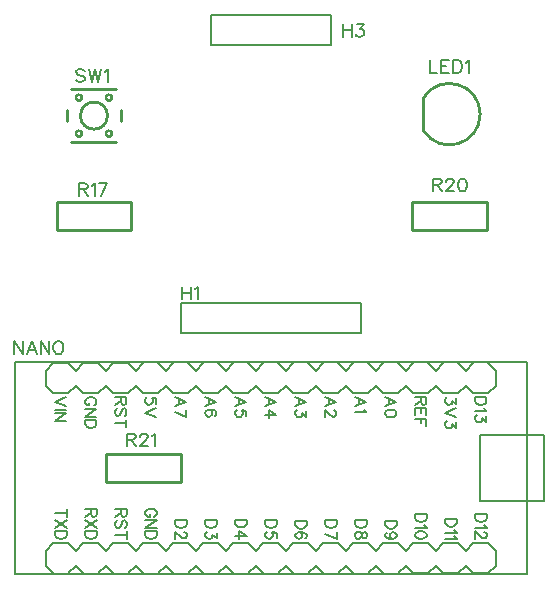
<source format=gto>
G04 Layer: TopSilkscreenLayer*
G04 EasyEDA v6.5.48, 2025-03-12 00:12:57*
G04 549dcaa0f3144c7bb9172a23e6edd774,878c4c1e0da8487e804687d0af4422f9,10*
G04 Gerber Generator version 0.2*
G04 Scale: 100 percent, Rotated: No, Reflected: No *
G04 Dimensions in millimeters *
G04 leading zeros omitted , absolute positions ,4 integer and 5 decimal *
%FSLAX45Y45*%
%MOMM*%

%ADD10C,0.1524*%
%ADD11C,0.1500*%
%ADD12C,0.1520*%
%ADD13C,0.2540*%
%ADD14C,0.2032*%
%ADD15C,0.2030*%
%ADD16C,0.0117*%

%LPD*%
D10*
X328168Y2089150D02*
G01*
X328168Y1980184D01*
X328168Y2089150D02*
G01*
X400812Y1980184D01*
X400812Y2089150D02*
G01*
X400812Y1980184D01*
X476757Y2089150D02*
G01*
X435102Y1980184D01*
X476757Y2089150D02*
G01*
X518413Y1980184D01*
X450850Y2016505D02*
G01*
X502665Y2016505D01*
X552704Y2089150D02*
G01*
X552704Y1980184D01*
X552704Y2089150D02*
G01*
X625347Y1980184D01*
X625347Y2089150D02*
G01*
X625347Y1980184D01*
X690879Y2089150D02*
G01*
X680465Y2084070D01*
X670052Y2073655D01*
X664718Y2063242D01*
X659637Y2047494D01*
X659637Y2021586D01*
X664718Y2006092D01*
X670052Y1995678D01*
X680465Y1985263D01*
X690879Y1980184D01*
X711707Y1980184D01*
X721868Y1985263D01*
X732281Y1995678D01*
X737615Y2006092D01*
X742695Y2021586D01*
X742695Y2047494D01*
X737615Y2063242D01*
X732281Y2073655D01*
X721868Y2084070D01*
X711707Y2089150D01*
X690879Y2089150D01*
D11*
X4325937Y1615005D02*
G01*
X4230433Y1615005D01*
X4325937Y1615005D02*
G01*
X4325937Y1583255D01*
X4321365Y1569539D01*
X4312475Y1560395D01*
X4303331Y1555823D01*
X4289615Y1551251D01*
X4267009Y1551251D01*
X4253293Y1555823D01*
X4244149Y1560395D01*
X4235005Y1569539D01*
X4230433Y1583255D01*
X4230433Y1615005D01*
X4307903Y1521279D02*
G01*
X4312475Y1512389D01*
X4325937Y1498673D01*
X4230433Y1498673D01*
X4325937Y1459557D02*
G01*
X4325937Y1409519D01*
X4289615Y1436697D01*
X4289615Y1423235D01*
X4285043Y1414091D01*
X4280471Y1409519D01*
X4267009Y1404947D01*
X4257865Y1404947D01*
X4244149Y1409519D01*
X4235005Y1418663D01*
X4230433Y1432379D01*
X4230433Y1445841D01*
X4235005Y1459557D01*
X4239577Y1464129D01*
X4248721Y1468701D01*
X4071942Y1605866D02*
G01*
X4071942Y1555828D01*
X4035620Y1583260D01*
X4035620Y1569544D01*
X4031048Y1560400D01*
X4026476Y1555828D01*
X4013014Y1551256D01*
X4003870Y1551256D01*
X3990154Y1555828D01*
X3981010Y1564972D01*
X3976438Y1578688D01*
X3976438Y1592404D01*
X3981010Y1605866D01*
X3985582Y1610438D01*
X3994726Y1615010D01*
X4071942Y1521284D02*
G01*
X3976438Y1484962D01*
X4071942Y1448640D02*
G01*
X3976438Y1484962D01*
X4071942Y1409524D02*
G01*
X4071942Y1359486D01*
X4035620Y1386918D01*
X4035620Y1373202D01*
X4031048Y1364058D01*
X4026476Y1359486D01*
X4013014Y1354914D01*
X4003870Y1354914D01*
X3990154Y1359486D01*
X3981010Y1368630D01*
X3976438Y1382346D01*
X3976438Y1395808D01*
X3981010Y1409524D01*
X3985582Y1414096D01*
X3994726Y1418668D01*
X3817942Y1615010D02*
G01*
X3722438Y1615010D01*
X3817942Y1615010D02*
G01*
X3817942Y1574116D01*
X3813370Y1560400D01*
X3808798Y1555828D01*
X3799908Y1551256D01*
X3790764Y1551256D01*
X3781620Y1555828D01*
X3777048Y1560400D01*
X3772476Y1574116D01*
X3772476Y1615010D01*
X3772476Y1583260D02*
G01*
X3722438Y1551256D01*
X3817942Y1521284D02*
G01*
X3722438Y1521284D01*
X3817942Y1521284D02*
G01*
X3817942Y1462356D01*
X3772476Y1521284D02*
G01*
X3772476Y1484962D01*
X3722438Y1521284D02*
G01*
X3722438Y1462356D01*
X3817942Y1432384D02*
G01*
X3722438Y1432384D01*
X3817942Y1432384D02*
G01*
X3817942Y1373202D01*
X3772476Y1432384D02*
G01*
X3772476Y1395808D01*
X3563940Y1578686D02*
G01*
X3468436Y1615008D01*
X3563940Y1578686D02*
G01*
X3468436Y1542364D01*
X3500440Y1601292D02*
G01*
X3500440Y1555826D01*
X3563940Y1484960D02*
G01*
X3559368Y1498676D01*
X3545906Y1507820D01*
X3523046Y1512392D01*
X3509584Y1512392D01*
X3486724Y1507820D01*
X3473008Y1498676D01*
X3468436Y1484960D01*
X3468436Y1475816D01*
X3473008Y1462354D01*
X3486724Y1453210D01*
X3509584Y1448638D01*
X3523046Y1448638D01*
X3545906Y1453210D01*
X3559368Y1462354D01*
X3563940Y1475816D01*
X3563940Y1484960D01*
X3309942Y1578688D02*
G01*
X3214438Y1615010D01*
X3309942Y1578688D02*
G01*
X3214438Y1542366D01*
X3246442Y1601294D02*
G01*
X3246442Y1555828D01*
X3291908Y1512394D02*
G01*
X3296480Y1503250D01*
X3309942Y1489534D01*
X3214438Y1489534D01*
X3055940Y1578686D02*
G01*
X2960436Y1615008D01*
X3055940Y1578686D02*
G01*
X2960436Y1542364D01*
X2992440Y1601292D02*
G01*
X2992440Y1555826D01*
X3033334Y1507820D02*
G01*
X3037906Y1507820D01*
X3046796Y1503248D01*
X3051368Y1498676D01*
X3055940Y1489532D01*
X3055940Y1471498D01*
X3051368Y1462354D01*
X3046796Y1457782D01*
X3037906Y1453210D01*
X3028762Y1453210D01*
X3019618Y1457782D01*
X3005902Y1466926D01*
X2960436Y1512392D01*
X2960436Y1448638D01*
X2801940Y1578686D02*
G01*
X2706436Y1615008D01*
X2801940Y1578686D02*
G01*
X2706436Y1542364D01*
X2738440Y1601292D02*
G01*
X2738440Y1555826D01*
X2801940Y1503248D02*
G01*
X2801940Y1453210D01*
X2765618Y1480388D01*
X2765618Y1466926D01*
X2761046Y1457782D01*
X2756474Y1453210D01*
X2743012Y1448638D01*
X2733868Y1448638D01*
X2720152Y1453210D01*
X2711008Y1462354D01*
X2706436Y1475816D01*
X2706436Y1489532D01*
X2711008Y1503248D01*
X2715580Y1507820D01*
X2724724Y1512392D01*
X2547937Y1578683D02*
G01*
X2452433Y1615005D01*
X2547937Y1578683D02*
G01*
X2452433Y1542361D01*
X2484437Y1601289D02*
G01*
X2484437Y1555823D01*
X2547937Y1466923D02*
G01*
X2484437Y1512389D01*
X2484437Y1444063D01*
X2547937Y1466923D02*
G01*
X2452433Y1466923D01*
X2293940Y1578686D02*
G01*
X2198436Y1615008D01*
X2293940Y1578686D02*
G01*
X2198436Y1542364D01*
X2230440Y1601292D02*
G01*
X2230440Y1555826D01*
X2293940Y1457782D02*
G01*
X2293940Y1503248D01*
X2253046Y1507820D01*
X2257618Y1503248D01*
X2262190Y1489532D01*
X2262190Y1475816D01*
X2257618Y1462354D01*
X2248474Y1453210D01*
X2235012Y1448638D01*
X2225868Y1448638D01*
X2212152Y1453210D01*
X2203008Y1462354D01*
X2198436Y1475816D01*
X2198436Y1489532D01*
X2203008Y1503248D01*
X2207580Y1507820D01*
X2216724Y1512392D01*
X2039937Y1578683D02*
G01*
X1944433Y1615005D01*
X2039937Y1578683D02*
G01*
X1944433Y1542361D01*
X1976437Y1601289D02*
G01*
X1976437Y1555823D01*
X2026475Y1457779D02*
G01*
X2035365Y1462351D01*
X2039937Y1475813D01*
X2039937Y1484957D01*
X2035365Y1498673D01*
X2021903Y1507817D01*
X1999043Y1512389D01*
X1976437Y1512389D01*
X1958149Y1507817D01*
X1949005Y1498673D01*
X1944433Y1484957D01*
X1944433Y1480385D01*
X1949005Y1466923D01*
X1958149Y1457779D01*
X1971865Y1453207D01*
X1976437Y1453207D01*
X1989899Y1457779D01*
X1999043Y1466923D01*
X2003615Y1480385D01*
X2003615Y1484957D01*
X1999043Y1498673D01*
X1989899Y1507817D01*
X1976437Y1512389D01*
X1785940Y1578686D02*
G01*
X1690436Y1615008D01*
X1785940Y1578686D02*
G01*
X1690436Y1542364D01*
X1722440Y1601292D02*
G01*
X1722440Y1555826D01*
X1785940Y1448638D02*
G01*
X1690436Y1494104D01*
X1785940Y1512392D02*
G01*
X1785940Y1448638D01*
X1531940Y1560398D02*
G01*
X1531940Y1605864D01*
X1491046Y1610436D01*
X1495618Y1605864D01*
X1500190Y1592402D01*
X1500190Y1578686D01*
X1495618Y1564970D01*
X1486474Y1555826D01*
X1473012Y1551254D01*
X1463868Y1551254D01*
X1450152Y1555826D01*
X1441008Y1564970D01*
X1436436Y1578686D01*
X1436436Y1592402D01*
X1441008Y1605864D01*
X1445580Y1610436D01*
X1454724Y1615008D01*
X1531940Y1521282D02*
G01*
X1436436Y1484960D01*
X1531940Y1448638D02*
G01*
X1436436Y1484960D01*
X1277942Y1615010D02*
G01*
X1182438Y1615010D01*
X1277942Y1615010D02*
G01*
X1277942Y1574116D01*
X1273370Y1560400D01*
X1268798Y1555828D01*
X1259908Y1551256D01*
X1250764Y1551256D01*
X1241620Y1555828D01*
X1237048Y1560400D01*
X1232476Y1574116D01*
X1232476Y1615010D01*
X1232476Y1583260D02*
G01*
X1182438Y1551256D01*
X1264480Y1457784D02*
G01*
X1273370Y1466928D01*
X1277942Y1480390D01*
X1277942Y1498678D01*
X1273370Y1512394D01*
X1264480Y1521284D01*
X1255336Y1521284D01*
X1246192Y1516712D01*
X1241620Y1512394D01*
X1237048Y1503250D01*
X1227904Y1475818D01*
X1223586Y1466928D01*
X1219014Y1462356D01*
X1209870Y1457784D01*
X1196154Y1457784D01*
X1187010Y1466928D01*
X1182438Y1480390D01*
X1182438Y1498678D01*
X1187010Y1512394D01*
X1196154Y1521284D01*
X1277942Y1395808D02*
G01*
X1182438Y1395808D01*
X1277942Y1427812D02*
G01*
X1277942Y1364058D01*
X1001334Y1546936D02*
G01*
X1010478Y1551254D01*
X1019368Y1560398D01*
X1023940Y1569542D01*
X1023940Y1587830D01*
X1019368Y1596720D01*
X1010478Y1605864D01*
X1001334Y1610436D01*
X987618Y1615008D01*
X965012Y1615008D01*
X951296Y1610436D01*
X942152Y1605864D01*
X933008Y1596720D01*
X928436Y1587830D01*
X928436Y1569542D01*
X933008Y1560398D01*
X942152Y1551254D01*
X951296Y1546936D01*
X965012Y1546936D01*
X965012Y1569542D02*
G01*
X965012Y1546936D01*
X1023940Y1516710D02*
G01*
X928436Y1516710D01*
X1023940Y1516710D02*
G01*
X928436Y1453210D01*
X1023940Y1453210D02*
G01*
X928436Y1453210D01*
X1023940Y1423238D02*
G01*
X928436Y1423238D01*
X1023940Y1423238D02*
G01*
X1023940Y1391488D01*
X1019368Y1377772D01*
X1010478Y1368628D01*
X1001334Y1364056D01*
X987618Y1359484D01*
X965012Y1359484D01*
X951296Y1364056D01*
X942152Y1368628D01*
X933008Y1377772D01*
X928436Y1391488D01*
X928436Y1423238D01*
X769937Y1615005D02*
G01*
X674433Y1578683D01*
X769937Y1542361D02*
G01*
X674433Y1578683D01*
X769937Y1512389D02*
G01*
X674433Y1512389D01*
X769937Y1482163D02*
G01*
X674433Y1482163D01*
X769937Y1482163D02*
G01*
X674433Y1418663D01*
X769937Y1418663D02*
G01*
X674433Y1418663D01*
X4327941Y626107D02*
G01*
X4232437Y626107D01*
X4327941Y626107D02*
G01*
X4327941Y594357D01*
X4323369Y580641D01*
X4314479Y571497D01*
X4305335Y566925D01*
X4291619Y562353D01*
X4269013Y562353D01*
X4255297Y566925D01*
X4246153Y571497D01*
X4237009Y580641D01*
X4232437Y594357D01*
X4232437Y626107D01*
X4309907Y532381D02*
G01*
X4314479Y523491D01*
X4327941Y509775D01*
X4232437Y509775D01*
X4305335Y475231D02*
G01*
X4309907Y475231D01*
X4318797Y470659D01*
X4323369Y466087D01*
X4327941Y456943D01*
X4327941Y438909D01*
X4323369Y429765D01*
X4318797Y425193D01*
X4309907Y420621D01*
X4300763Y420621D01*
X4291619Y425193D01*
X4277903Y434337D01*
X4232437Y479803D01*
X4232437Y416049D01*
X4073944Y585213D02*
G01*
X3978440Y585213D01*
X4073944Y585213D02*
G01*
X4073944Y553463D01*
X4069372Y539747D01*
X4060482Y530603D01*
X4051338Y526031D01*
X4037622Y521459D01*
X4015016Y521459D01*
X4001300Y526031D01*
X3992156Y530603D01*
X3983012Y539747D01*
X3978440Y553463D01*
X3978440Y585213D01*
X4055910Y491487D02*
G01*
X4060482Y482597D01*
X4073944Y468881D01*
X3978440Y468881D01*
X4055910Y438909D02*
G01*
X4060482Y429765D01*
X4073944Y416049D01*
X3978440Y416049D01*
X3819941Y626107D02*
G01*
X3724437Y626107D01*
X3819941Y626107D02*
G01*
X3819941Y594357D01*
X3815369Y580641D01*
X3806479Y571497D01*
X3797335Y566925D01*
X3783619Y562353D01*
X3761013Y562353D01*
X3747297Y566925D01*
X3738153Y571497D01*
X3729009Y580641D01*
X3724437Y594357D01*
X3724437Y626107D01*
X3801907Y532381D02*
G01*
X3806479Y523491D01*
X3819941Y509775D01*
X3724437Y509775D01*
X3819941Y452371D02*
G01*
X3815369Y466087D01*
X3801907Y475231D01*
X3779047Y479803D01*
X3765585Y479803D01*
X3742725Y475231D01*
X3729009Y466087D01*
X3724437Y452371D01*
X3724437Y443481D01*
X3729009Y429765D01*
X3742725Y420621D01*
X3765585Y416049D01*
X3779047Y416049D01*
X3801907Y420621D01*
X3815369Y429765D01*
X3819941Y443481D01*
X3819941Y452371D01*
X3565941Y568703D02*
G01*
X3470437Y568703D01*
X3565941Y568703D02*
G01*
X3565941Y536953D01*
X3561369Y523237D01*
X3552479Y514093D01*
X3543335Y509521D01*
X3529619Y504949D01*
X3507013Y504949D01*
X3493297Y509521D01*
X3484153Y514093D01*
X3475009Y523237D01*
X3470437Y536953D01*
X3470437Y568703D01*
X3534191Y416049D02*
G01*
X3520475Y420621D01*
X3511585Y429511D01*
X3507013Y443227D01*
X3507013Y447799D01*
X3511585Y461515D01*
X3520475Y470405D01*
X3534191Y474977D01*
X3538763Y474977D01*
X3552479Y470405D01*
X3561369Y461515D01*
X3565941Y447799D01*
X3565941Y443227D01*
X3561369Y429511D01*
X3552479Y420621D01*
X3534191Y416049D01*
X3511585Y416049D01*
X3488725Y420621D01*
X3475009Y429511D01*
X3470437Y443227D01*
X3470437Y452371D01*
X3475009Y466087D01*
X3484153Y470405D01*
X3311944Y573275D02*
G01*
X3216440Y573275D01*
X3311944Y573275D02*
G01*
X3311944Y541525D01*
X3307372Y527809D01*
X3298482Y518665D01*
X3289338Y514093D01*
X3275622Y509521D01*
X3253016Y509521D01*
X3239300Y514093D01*
X3230156Y518665D01*
X3221012Y527809D01*
X3216440Y541525D01*
X3216440Y573275D01*
X3311944Y456943D02*
G01*
X3307372Y470659D01*
X3298482Y474977D01*
X3289338Y474977D01*
X3280194Y470659D01*
X3275622Y461515D01*
X3271050Y443227D01*
X3266478Y429765D01*
X3257588Y420621D01*
X3248444Y416049D01*
X3234728Y416049D01*
X3225584Y420621D01*
X3221012Y425193D01*
X3216440Y438655D01*
X3216440Y456943D01*
X3221012Y470659D01*
X3225584Y474977D01*
X3234728Y479549D01*
X3248444Y479549D01*
X3257588Y474977D01*
X3266478Y466087D01*
X3271050Y452371D01*
X3275622Y434083D01*
X3280194Y425193D01*
X3289338Y420621D01*
X3298482Y420621D01*
X3307372Y425193D01*
X3311944Y438655D01*
X3311944Y456943D01*
X3057941Y573275D02*
G01*
X2962437Y573275D01*
X3057941Y573275D02*
G01*
X3057941Y541525D01*
X3053369Y527809D01*
X3044479Y518665D01*
X3035335Y514093D01*
X3021619Y509521D01*
X2999013Y509521D01*
X2985297Y514093D01*
X2976153Y518665D01*
X2967009Y527809D01*
X2962437Y541525D01*
X2962437Y573275D01*
X3057941Y416049D02*
G01*
X2962437Y461515D01*
X3057941Y479549D02*
G01*
X3057941Y416049D01*
X2803941Y568703D02*
G01*
X2708437Y568703D01*
X2803941Y568703D02*
G01*
X2803941Y536953D01*
X2799369Y523237D01*
X2790479Y514093D01*
X2781335Y509521D01*
X2767619Y504949D01*
X2745013Y504949D01*
X2731297Y509521D01*
X2722153Y514093D01*
X2713009Y523237D01*
X2708437Y536953D01*
X2708437Y568703D01*
X2790479Y420621D02*
G01*
X2799369Y425193D01*
X2803941Y438655D01*
X2803941Y447799D01*
X2799369Y461515D01*
X2785907Y470405D01*
X2763047Y474977D01*
X2740441Y474977D01*
X2722153Y470405D01*
X2713009Y461515D01*
X2708437Y447799D01*
X2708437Y443227D01*
X2713009Y429511D01*
X2722153Y420621D01*
X2735869Y416049D01*
X2740441Y416049D01*
X2753903Y420621D01*
X2763047Y429511D01*
X2767619Y443227D01*
X2767619Y447799D01*
X2763047Y461515D01*
X2753903Y470405D01*
X2740441Y474977D01*
X2549944Y573275D02*
G01*
X2454440Y573275D01*
X2549944Y573275D02*
G01*
X2549944Y541525D01*
X2545372Y527809D01*
X2536482Y518665D01*
X2527338Y514093D01*
X2513622Y509521D01*
X2491016Y509521D01*
X2477300Y514093D01*
X2468156Y518665D01*
X2459012Y527809D01*
X2454440Y541525D01*
X2454440Y573275D01*
X2549944Y425193D02*
G01*
X2549944Y470659D01*
X2509050Y474977D01*
X2513622Y470659D01*
X2518194Y456943D01*
X2518194Y443227D01*
X2513622Y429765D01*
X2504478Y420621D01*
X2491016Y416049D01*
X2481872Y416049D01*
X2468156Y420621D01*
X2459012Y429765D01*
X2454440Y443227D01*
X2454440Y456943D01*
X2459012Y470659D01*
X2463584Y474977D01*
X2472728Y479549D01*
X2295941Y577847D02*
G01*
X2200437Y577847D01*
X2295941Y577847D02*
G01*
X2295941Y546097D01*
X2291369Y532381D01*
X2282479Y523237D01*
X2273335Y518665D01*
X2259619Y514093D01*
X2237013Y514093D01*
X2223297Y518665D01*
X2214153Y523237D01*
X2205009Y532381D01*
X2200437Y546097D01*
X2200437Y577847D01*
X2295941Y438655D02*
G01*
X2232441Y484121D01*
X2232441Y416049D01*
X2295941Y438655D02*
G01*
X2200437Y438655D01*
X2041941Y573275D02*
G01*
X1946437Y573275D01*
X2041941Y573275D02*
G01*
X2041941Y541525D01*
X2037369Y527809D01*
X2028479Y518665D01*
X2019335Y514093D01*
X2005619Y509521D01*
X1983013Y509521D01*
X1969297Y514093D01*
X1960153Y518665D01*
X1951009Y527809D01*
X1946437Y541525D01*
X1946437Y573275D01*
X2041941Y470659D02*
G01*
X2041941Y420621D01*
X2005619Y447799D01*
X2005619Y434083D01*
X2001047Y425193D01*
X1996475Y420621D01*
X1983013Y416049D01*
X1973869Y416049D01*
X1960153Y420621D01*
X1951009Y429765D01*
X1946437Y443227D01*
X1946437Y456943D01*
X1951009Y470659D01*
X1955581Y474977D01*
X1964725Y479549D01*
X1787944Y573275D02*
G01*
X1692440Y573275D01*
X1787944Y573275D02*
G01*
X1787944Y541525D01*
X1783372Y527809D01*
X1774482Y518665D01*
X1765338Y514093D01*
X1751622Y509521D01*
X1729016Y509521D01*
X1715300Y514093D01*
X1706156Y518665D01*
X1697012Y527809D01*
X1692440Y541525D01*
X1692440Y573275D01*
X1765338Y474977D02*
G01*
X1769910Y474977D01*
X1778800Y470659D01*
X1783372Y466087D01*
X1787944Y456943D01*
X1787944Y438655D01*
X1783372Y429765D01*
X1778800Y425193D01*
X1769910Y420621D01*
X1760766Y420621D01*
X1751622Y425193D01*
X1737906Y434083D01*
X1692440Y479549D01*
X1692440Y416049D01*
X1511335Y603501D02*
G01*
X1520479Y607819D01*
X1529369Y616963D01*
X1533941Y626107D01*
X1533941Y644395D01*
X1529369Y653285D01*
X1520479Y662429D01*
X1511335Y667001D01*
X1497619Y671573D01*
X1475013Y671573D01*
X1461297Y667001D01*
X1452153Y662429D01*
X1443009Y653285D01*
X1438437Y644395D01*
X1438437Y626107D01*
X1443009Y616963D01*
X1452153Y607819D01*
X1461297Y603501D01*
X1475013Y603501D01*
X1475013Y626107D02*
G01*
X1475013Y603501D01*
X1533941Y573275D02*
G01*
X1438437Y573275D01*
X1533941Y573275D02*
G01*
X1438437Y509775D01*
X1533941Y509775D02*
G01*
X1438437Y509775D01*
X1533941Y479803D02*
G01*
X1438437Y479803D01*
X1533941Y479803D02*
G01*
X1533941Y448053D01*
X1529369Y434337D01*
X1520479Y425193D01*
X1511335Y420621D01*
X1497619Y416049D01*
X1475013Y416049D01*
X1461297Y420621D01*
X1452153Y425193D01*
X1443009Y434337D01*
X1438437Y448053D01*
X1438437Y479803D01*
X1279941Y667001D02*
G01*
X1184437Y667001D01*
X1279941Y667001D02*
G01*
X1279941Y626107D01*
X1275369Y612391D01*
X1270797Y607819D01*
X1261907Y603247D01*
X1252763Y603247D01*
X1243619Y607819D01*
X1239047Y612391D01*
X1234475Y626107D01*
X1234475Y667001D01*
X1234475Y635251D02*
G01*
X1184437Y603247D01*
X1266479Y509775D02*
G01*
X1275369Y518919D01*
X1279941Y532381D01*
X1279941Y550669D01*
X1275369Y564385D01*
X1266479Y573275D01*
X1257335Y573275D01*
X1248191Y568703D01*
X1243619Y564385D01*
X1239047Y555241D01*
X1229903Y527809D01*
X1225585Y518919D01*
X1221013Y514347D01*
X1211869Y509775D01*
X1198153Y509775D01*
X1189009Y518919D01*
X1184437Y532381D01*
X1184437Y550669D01*
X1189009Y564385D01*
X1198153Y573275D01*
X1279941Y447799D02*
G01*
X1184437Y447799D01*
X1279941Y479803D02*
G01*
X1279941Y416049D01*
X1025944Y667001D02*
G01*
X930440Y667001D01*
X1025944Y667001D02*
G01*
X1025944Y626107D01*
X1021372Y612391D01*
X1016800Y607819D01*
X1007910Y603247D01*
X998766Y603247D01*
X989622Y607819D01*
X985050Y612391D01*
X980478Y626107D01*
X980478Y667001D01*
X980478Y635251D02*
G01*
X930440Y603247D01*
X1025944Y573275D02*
G01*
X930440Y509775D01*
X1025944Y509775D02*
G01*
X930440Y573275D01*
X1025944Y479803D02*
G01*
X930440Y479803D01*
X1025944Y479803D02*
G01*
X1025944Y447799D01*
X1021372Y434337D01*
X1012482Y425193D01*
X1003338Y420621D01*
X989622Y416049D01*
X967016Y416049D01*
X953300Y420621D01*
X944156Y425193D01*
X935012Y434337D01*
X930440Y447799D01*
X930440Y479803D01*
X771941Y635251D02*
G01*
X676437Y635251D01*
X771941Y667001D02*
G01*
X771941Y603247D01*
X771941Y573275D02*
G01*
X676437Y509775D01*
X771941Y509775D02*
G01*
X676437Y573275D01*
X771941Y479803D02*
G01*
X676437Y479803D01*
X771941Y479803D02*
G01*
X771941Y447799D01*
X767369Y434337D01*
X758479Y425193D01*
X749335Y420621D01*
X735619Y416049D01*
X713013Y416049D01*
X699297Y420621D01*
X690153Y425193D01*
X681009Y434337D01*
X676437Y447799D01*
X676437Y479803D01*
D10*
X923544Y4379721D02*
G01*
X913129Y4390136D01*
X897636Y4395215D01*
X876807Y4395215D01*
X861313Y4390136D01*
X850900Y4379721D01*
X850900Y4369307D01*
X855979Y4358894D01*
X861313Y4353560D01*
X871728Y4348479D01*
X902970Y4338065D01*
X913129Y4332986D01*
X918463Y4327652D01*
X923544Y4317237D01*
X923544Y4301744D01*
X913129Y4291329D01*
X897636Y4286250D01*
X876807Y4286250D01*
X861313Y4291329D01*
X850900Y4301744D01*
X957834Y4395215D02*
G01*
X983995Y4286250D01*
X1009904Y4395215D02*
G01*
X983995Y4286250D01*
X1009904Y4395215D02*
G01*
X1035812Y4286250D01*
X1061720Y4395215D02*
G01*
X1035812Y4286250D01*
X1096010Y4374387D02*
G01*
X1106423Y4379721D01*
X1122171Y4395215D01*
X1122171Y4286250D01*
X1752600Y2553715D02*
G01*
X1752600Y2444750D01*
X1825244Y2553715D02*
G01*
X1825244Y2444750D01*
X1752600Y2501900D02*
G01*
X1825244Y2501900D01*
X1859534Y2532887D02*
G01*
X1869947Y2538221D01*
X1885695Y2553715D01*
X1885695Y2444750D01*
X3111500Y4776215D02*
G01*
X3111500Y4667250D01*
X3184143Y4776215D02*
G01*
X3184143Y4667250D01*
X3111500Y4724400D02*
G01*
X3184143Y4724400D01*
X3228847Y4776215D02*
G01*
X3285997Y4776215D01*
X3255009Y4734560D01*
X3270504Y4734560D01*
X3280918Y4729479D01*
X3285997Y4724400D01*
X3291331Y4708652D01*
X3291331Y4698237D01*
X3285997Y4682744D01*
X3275584Y4672329D01*
X3260090Y4667250D01*
X3244595Y4667250D01*
X3228847Y4672329D01*
X3223768Y4677410D01*
X3218434Y4687823D01*
X3848100Y4471415D02*
G01*
X3848100Y4362450D01*
X3848100Y4362450D02*
G01*
X3910329Y4362450D01*
X3944620Y4471415D02*
G01*
X3944620Y4362450D01*
X3944620Y4471415D02*
G01*
X4012184Y4471415D01*
X3944620Y4419600D02*
G01*
X3986275Y4419600D01*
X3944620Y4362450D02*
G01*
X4012184Y4362450D01*
X4046474Y4471415D02*
G01*
X4046474Y4362450D01*
X4046474Y4471415D02*
G01*
X4083050Y4471415D01*
X4098543Y4466336D01*
X4108958Y4455921D01*
X4114038Y4445507D01*
X4119372Y4429760D01*
X4119372Y4403852D01*
X4114038Y4388357D01*
X4108958Y4377944D01*
X4098543Y4367529D01*
X4083050Y4362450D01*
X4046474Y4362450D01*
X4153661Y4450587D02*
G01*
X4164075Y4455921D01*
X4179570Y4471415D01*
X4179570Y4362450D01*
X876300Y3430015D02*
G01*
X876300Y3321050D01*
X876300Y3430015D02*
G01*
X923036Y3430015D01*
X938529Y3424936D01*
X943863Y3419602D01*
X948944Y3409187D01*
X948944Y3398773D01*
X943863Y3388360D01*
X938529Y3383279D01*
X923036Y3378200D01*
X876300Y3378200D01*
X912621Y3378200D02*
G01*
X948944Y3321050D01*
X983234Y3409187D02*
G01*
X993647Y3414521D01*
X1009395Y3430015D01*
X1009395Y3321050D01*
X1116329Y3430015D02*
G01*
X1064260Y3321050D01*
X1043686Y3430015D02*
G01*
X1116329Y3430015D01*
X3873500Y3468115D02*
G01*
X3873500Y3359150D01*
X3873500Y3468115D02*
G01*
X3920236Y3468115D01*
X3935729Y3463036D01*
X3941063Y3457702D01*
X3946143Y3447287D01*
X3946143Y3436873D01*
X3941063Y3426460D01*
X3935729Y3421379D01*
X3920236Y3416300D01*
X3873500Y3416300D01*
X3909822Y3416300D02*
G01*
X3946143Y3359150D01*
X3985768Y3442207D02*
G01*
X3985768Y3447287D01*
X3990847Y3457702D01*
X3996181Y3463036D01*
X4006595Y3468115D01*
X4027170Y3468115D01*
X4037584Y3463036D01*
X4042918Y3457702D01*
X4047997Y3447287D01*
X4047997Y3436873D01*
X4042918Y3426460D01*
X4032504Y3410965D01*
X3980434Y3359150D01*
X4053331Y3359150D01*
X4118609Y3468115D02*
G01*
X4103115Y3463036D01*
X4092702Y3447287D01*
X4087622Y3421379D01*
X4087622Y3405886D01*
X4092702Y3379723D01*
X4103115Y3364229D01*
X4118609Y3359150D01*
X4129024Y3359150D01*
X4144772Y3364229D01*
X4155186Y3379723D01*
X4160265Y3405886D01*
X4160265Y3421379D01*
X4155186Y3447287D01*
X4144772Y3463036D01*
X4129024Y3468115D01*
X4118609Y3468115D01*
X1282700Y1309115D02*
G01*
X1282700Y1200150D01*
X1282700Y1309115D02*
G01*
X1329436Y1309115D01*
X1344929Y1304036D01*
X1350263Y1298702D01*
X1355344Y1288287D01*
X1355344Y1277873D01*
X1350263Y1267460D01*
X1344929Y1262379D01*
X1329436Y1257300D01*
X1282700Y1257300D01*
X1319021Y1257300D02*
G01*
X1355344Y1200150D01*
X1394968Y1283207D02*
G01*
X1394968Y1288287D01*
X1400047Y1298702D01*
X1405381Y1304036D01*
X1415795Y1309115D01*
X1436370Y1309115D01*
X1446784Y1304036D01*
X1452118Y1298702D01*
X1457197Y1288287D01*
X1457197Y1277873D01*
X1452118Y1267460D01*
X1441704Y1251965D01*
X1389634Y1200150D01*
X1462531Y1200150D01*
X1496821Y1288287D02*
G01*
X1507236Y1293621D01*
X1522729Y1309115D01*
X1522729Y1200150D01*
D12*
X2184440Y1904939D02*
G01*
X2120940Y1841439D01*
X2057440Y1904939D01*
X4343425Y1650951D02*
G01*
X4406925Y1714451D01*
X4406925Y1841451D01*
X4343425Y1904951D01*
X4089425Y1650951D02*
G01*
X4152925Y1714451D01*
X4216425Y1650951D01*
X3835425Y1650951D02*
G01*
X3898925Y1714451D01*
X3962425Y1650951D01*
X3581471Y1650951D02*
G01*
X3644948Y1714451D01*
X3708448Y1650951D01*
X3327476Y1650951D02*
G01*
X3390976Y1714451D01*
X3454476Y1650951D01*
X3073476Y1650951D02*
G01*
X3136976Y1714451D01*
X3200476Y1650951D01*
X2819476Y1650951D02*
G01*
X2882976Y1714451D01*
X2946476Y1650951D01*
X2565476Y1650951D02*
G01*
X2628976Y1714451D01*
X2692476Y1650951D01*
X2311476Y1650951D02*
G01*
X2374976Y1714451D01*
X2438476Y1650951D01*
X2057476Y1650951D02*
G01*
X2120976Y1714451D01*
X2184476Y1650951D01*
X1803476Y1650951D02*
G01*
X1866976Y1714451D01*
X1930476Y1650951D01*
X1549476Y1650951D02*
G01*
X1612976Y1714451D01*
X1676476Y1650951D01*
X1295448Y1650951D02*
G01*
X1358971Y1714451D01*
X1422476Y1650951D01*
X1041440Y1650951D02*
G01*
X1104940Y1714451D01*
X1168440Y1650951D01*
X787440Y1650951D02*
G01*
X850940Y1714451D01*
X914440Y1650951D01*
X660440Y1904951D02*
G01*
X596940Y1841451D01*
X596940Y1714451D01*
X660440Y1650951D01*
X914440Y1904951D02*
G01*
X850940Y1841451D01*
X787440Y1904951D01*
X1168440Y1904951D02*
G01*
X1104940Y1841451D01*
X1041440Y1904951D01*
X1422476Y1904951D02*
G01*
X1358971Y1841451D01*
X1295448Y1904951D01*
X3708448Y1904951D02*
G01*
X3644948Y1841451D01*
X3581471Y1904951D01*
X4216425Y1904951D02*
G01*
X4152925Y1841451D01*
X4089425Y1904951D01*
X3962425Y1904951D02*
G01*
X3898925Y1841451D01*
X3835425Y1904951D01*
X3454476Y1904951D02*
G01*
X3390976Y1841451D01*
X3327476Y1904951D01*
X3200476Y1904951D02*
G01*
X3136976Y1841451D01*
X3073476Y1904951D01*
X2946476Y1904951D02*
G01*
X2882976Y1841451D01*
X2819476Y1904951D01*
X2692476Y1904951D02*
G01*
X2628976Y1841451D01*
X2565476Y1904951D01*
X2438476Y1904951D02*
G01*
X2374976Y1841451D01*
X2311476Y1904951D01*
X1930476Y1904951D02*
G01*
X1866976Y1841451D01*
X1803476Y1904951D01*
X1676476Y1904951D02*
G01*
X1612976Y1841451D01*
X1549476Y1904951D01*
X1422476Y1904951D02*
G01*
X1358971Y1841451D01*
X1295448Y1904951D01*
X1168440Y1904951D01*
X1104940Y1841451D01*
X1041440Y1904951D01*
X914440Y1904951D01*
X850940Y1841451D01*
X787440Y1904951D01*
X660440Y1904951D01*
X596940Y1841451D01*
X596940Y1714451D01*
X660440Y1650951D01*
X787440Y1650951D01*
X850940Y1714451D01*
X914440Y1650951D01*
X1041440Y1650951D01*
X1104940Y1714451D01*
X1168440Y1650951D01*
X1295448Y1650951D01*
X1358971Y1714451D01*
X1422476Y1650951D01*
X1549476Y1650951D01*
X1612976Y1714451D01*
X1676476Y1650951D01*
X1803476Y1650951D01*
X1866976Y1714451D01*
X1930476Y1650951D01*
X2057476Y1650951D01*
X2120976Y1714451D01*
X2184476Y1650951D01*
X2311476Y1650951D01*
X2374976Y1714451D01*
X2438476Y1650951D01*
X2565476Y1650951D01*
X2628976Y1714451D01*
X2692476Y1650951D01*
X2819476Y1650951D01*
X2882976Y1714451D01*
X2946476Y1650951D01*
X3073476Y1650951D01*
X3136976Y1714451D01*
X3200476Y1650951D01*
X3327476Y1650951D01*
X3390976Y1714451D01*
X3454476Y1650951D01*
X3581471Y1650951D01*
X3644948Y1714451D01*
X3708448Y1650951D01*
X3835425Y1650951D01*
X3898925Y1714451D01*
X3962425Y1650951D01*
X4089425Y1650951D01*
X4152925Y1714451D01*
X4216425Y1650951D01*
X4343425Y1650951D01*
X4406925Y1714451D01*
X4406925Y1841451D01*
X4343425Y1904951D01*
X2819374Y127043D02*
G01*
X2882874Y190543D01*
X2946374Y127043D01*
X3581333Y127033D02*
G01*
X3644836Y190533D01*
X3708361Y127033D01*
X3835374Y127033D01*
X3898874Y190533D01*
X3962374Y127033D01*
X4089374Y127033D01*
X4152874Y190533D01*
X4216374Y127033D01*
X4343374Y127033D01*
X4406874Y190533D01*
X4406874Y317533D01*
X4343374Y381033D01*
X4216374Y381033D01*
X4152874Y317533D01*
X4089374Y381033D01*
X3962374Y381033D01*
X3898874Y317533D01*
X3835374Y381033D01*
X3708361Y381033D01*
X3644836Y317533D01*
X3581333Y381033D01*
X3454333Y381033D01*
X3390833Y317533D01*
X3327333Y381033D01*
X3200333Y381033D01*
X3136833Y317533D01*
X3073333Y381033D01*
X2946333Y381033D01*
X2882833Y317533D01*
X2819333Y381033D01*
X2692333Y381033D01*
X2628833Y317533D01*
X2565333Y381033D01*
X2438333Y381033D01*
X2374833Y317533D01*
X2311333Y381033D01*
X2184333Y381033D01*
X2120833Y317533D01*
X2057333Y381033D01*
X1930333Y381033D01*
X1866833Y317533D01*
X1803333Y381033D01*
X1676333Y381033D01*
X1612833Y317533D01*
X1549333Y381033D01*
X1422339Y381033D01*
X1358861Y317533D01*
X1295361Y381033D01*
X1168384Y381033D01*
X1104884Y317533D01*
X1041384Y381033D01*
X914384Y381033D01*
X850884Y317533D01*
X787384Y381033D01*
X660384Y381033D01*
X596884Y317533D01*
X596884Y190533D01*
X660384Y127033D01*
X1295361Y127033D02*
G01*
X1358861Y190533D01*
X1422339Y127033D01*
X787384Y127033D02*
G01*
X850884Y190533D01*
X914384Y127033D01*
X1041384Y127033D02*
G01*
X1104884Y190533D01*
X1168384Y127033D01*
X1549333Y127033D02*
G01*
X1612833Y190533D01*
X1676333Y127033D01*
X1803333Y127033D02*
G01*
X1866833Y190533D01*
X1930333Y127033D01*
X2057333Y127033D02*
G01*
X2120833Y190533D01*
X2184333Y127033D01*
X2311333Y127033D02*
G01*
X2374833Y190533D01*
X2438333Y127033D01*
X2565333Y127033D02*
G01*
X2628833Y190533D01*
X2692333Y127033D01*
X3073333Y127033D02*
G01*
X3136833Y190533D01*
X3200333Y127033D01*
X3327333Y127033D02*
G01*
X3390833Y190533D01*
X3454333Y127033D01*
X4272279Y736600D02*
G01*
X4272279Y761989D01*
X4660900Y736600D02*
G01*
X4813300Y736600D01*
X4813300Y1295400D01*
X4272279Y1295400D01*
X4272279Y1274495D01*
X4660900Y736600D02*
G01*
X4272279Y736600D01*
X4272279Y761989D02*
G01*
X4272279Y1270000D01*
D10*
X4668520Y119382D02*
G01*
X335287Y119382D01*
X335287Y1912620D01*
X4668520Y1912620D01*
X4668520Y119382D01*
D13*
X778306Y3951775D02*
G01*
X778306Y4049224D01*
X812914Y4225493D02*
G01*
X1193685Y4225493D01*
X812914Y3775506D02*
G01*
X1193685Y3775506D01*
X1228293Y4049224D02*
G01*
X1228293Y3951775D01*
D14*
X1930400Y2413000D02*
G01*
X1739900Y2413000D01*
X1739900Y2159000D01*
X3263900Y2159000D01*
X3263900Y2413000D01*
D15*
X3263900Y2413000D02*
G01*
X1930400Y2413000D01*
D14*
X1993900Y4597400D02*
G01*
X1993900Y4851400D01*
X3009900Y4851400D01*
X3009900Y4597400D01*
X2819400Y4597400D01*
D15*
X1993900Y4597400D02*
G01*
X2819400Y4597400D01*
D13*
X3790203Y4143199D02*
G01*
X3790203Y3883200D01*
X688339Y3030220D02*
G01*
X688339Y3268979D01*
X688339Y3268979D02*
G01*
X1318260Y3268979D01*
X1318260Y3268979D02*
G01*
X1318260Y3030220D01*
X1318260Y3030220D02*
G01*
X688339Y3030220D01*
X3698240Y3030220D02*
G01*
X3698240Y3268979D01*
X3698240Y3268979D02*
G01*
X4328159Y3268979D01*
X4328159Y3268979D02*
G01*
X4328159Y3030220D01*
X4328159Y3030220D02*
G01*
X3698240Y3030220D01*
X1737360Y1135379D02*
G01*
X1737360Y896620D01*
X1737360Y896620D02*
G01*
X1107439Y896620D01*
X1107439Y896620D02*
G01*
X1107439Y1135379D01*
X1107439Y1135379D02*
G01*
X1737360Y1135379D01*
G75*
G01*
X3793033Y3875024D02*
G03*
X3793033Y4151376I220244J138176D01*
G75*
G01
X1155700Y3848100D02*
G03X1155700Y3848100I-25400J0D01*
G75*
G01
X901700Y3848100D02*
G03X901700Y3848100I-25400J0D01*
G75*
G01
X1155700Y4152900D02*
G03X1155700Y4152900I-25400J0D01*
G75*
G01
X901700Y4152900D02*
G03X901700Y4152900I-25400J0D01*
G75*
G01
X1117600Y4000500D02*
G03X1117600Y4000500I-114300J0D01*
M02*

</source>
